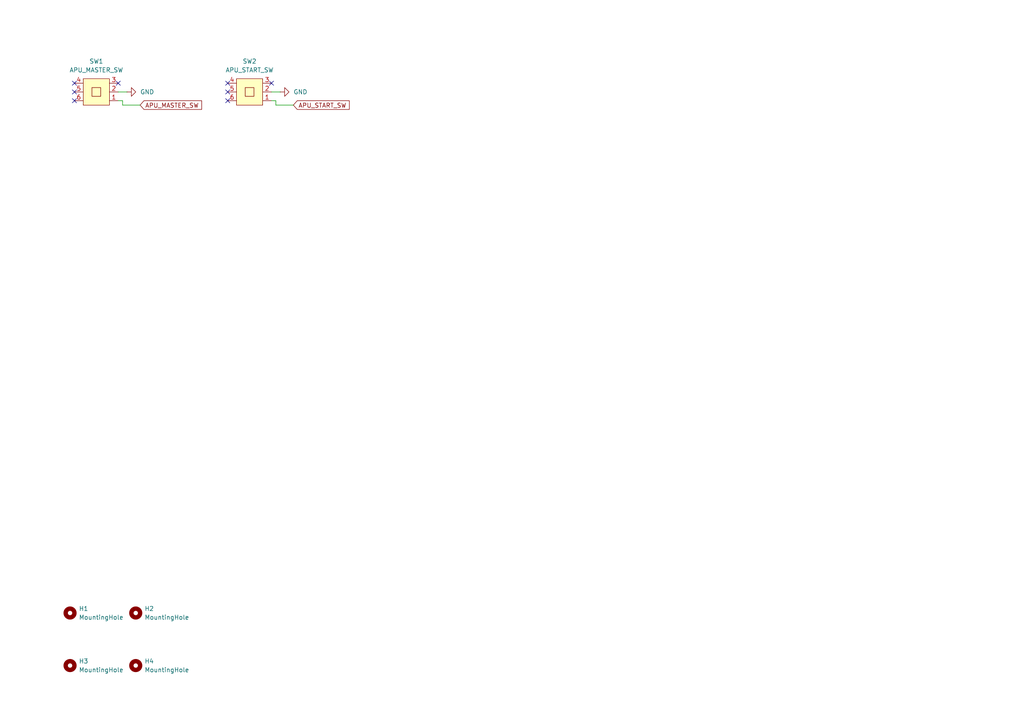
<source format=kicad_sch>
(kicad_sch (version 20231120) (generator "eeschema") (generator_version "8.0")
  (paper "A4")
  (lib_symbols
    (symbol "Mechanical:MountingHole" (pin_names (offset 1.016)) (exclude_from_sim yes) (in_bom no)
      (property "Reference" "H" (at 0 5.08 0))
      (property "Value" "MountingHole" (at 0 3.175 0))
      (symbol "MountingHole_0_1"
        (circle (center 0 0) (radius 1.27) (stroke (width 1.27)))
      )
    )
    (symbol "SFLibrary:SW_DPDT_XLX" (pin_names (offset 1.016))
      (property "Reference" "U" (at 0 5.08 0))
      (property "Value" "SW_DPDT_XLX" (at 0 2.54 0))
      (symbol "SW_DPDT_XLX_0_1"
        (rectangle (start -3.81 0) (end 3.81 -7.62) (fill (type background)))
        (polyline (pts (xy -1.27 -2.54) (xy 1.27 -2.54) (xy 1.27 -5.08) (xy -1.27 -5.08) (xy -1.27 -2.54)))
      )
      (symbol "SW_DPDT_XLX_1_1"
        (pin input line (at 6.35 -6.35 180) (length 2.54) (name "~") (number "1"))
        (pin input line (at 6.35 -3.81 180) (length 2.54) (name "~") (number "2"))
        (pin input line (at 6.35 -1.27 180) (length 2.54) (name "~") (number "3"))
        (pin input line (at -6.35 -1.27 0) (length 2.54) (name "~") (number "4"))
        (pin input line (at -6.35 -3.81 0) (length 2.54) (name "~") (number "5"))
        (pin input line (at -6.35 -6.35 0) (length 2.54) (name "~") (number "6"))
      )
    )
    (symbol "power:GND" (power) (pin_numbers hide) (pin_names (offset 0) hide)
      (property "Value" "GND" (at 0 -3.81 0))
      (symbol "GND_0_1"
        (polyline (pts (xy 0 0) (xy 0 -1.27) (xy 1.27 -1.27) (xy 0 -2.54) (xy -1.27 -1.27) (xy 0 -1.27)))
      )
      (symbol "GND_1_1"
        (pin power_in line (at 0 0 270) (length 0) (name "~") (number "1"))
      )
    )
  )
  (no_connect (at 34.29 24.13))
  (no_connect (at 66.04 29.21))
  (no_connect (at 21.59 26.67))
  (no_connect (at 66.04 26.67))
  (no_connect (at 78.74 24.13))
  (no_connect (at 21.59 29.21))
  (no_connect (at 21.59 24.13))
  (no_connect (at 66.04 24.13))
  (wire (pts (xy 35.56 30.48) (xy 35.56 29.21)))
  (wire (pts (xy 36.83 26.67) (xy 34.29 26.67)))
  (wire (pts (xy 80.01 30.48) (xy 80.01 29.21)))
  (wire (pts (xy 80.01 29.21) (xy 78.74 29.21)))
  (wire (pts (xy 35.56 29.21) (xy 34.29 29.21)))
  (wire (pts (xy 85.09 30.48) (xy 80.01 30.48)))
  (wire (pts (xy 81.28 26.67) (xy 78.74 26.67)))
  (wire (pts (xy 40.64 30.48) (xy 35.56 30.48)))
  (global_label "APU_START_SW" (shape input) (at 85.09 30.48 0) (property "Intersheetrefs" "${INTERSHEET_REFS}" (effects (hide yes))))
  (global_label "APU_MASTER_SW" (shape input) (at 40.64 30.48 0) (property "Intersheetrefs" "${INTERSHEET_REFS}" (effects (hide yes))))
  (symbol (lib_id "SFLibrary:SW_DPDT_XLX") (at 27.94 22.86 0) (unit 1)
    (property "Reference" "SW1" (at 27.94 17.78 0))
    (property "Value" "APU_MASTER_SW" (at 27.94 20.32 0))
    (property "Footprint" "SFLibrary:G-Switch PS-7054DVB-6PN" (effects (hide yes)))
  )
  (symbol (lib_id "power:GND") (at 81.28 26.67 90) (unit 1)
    (property "Reference" "#PWR01" (effects (hide yes)))
    (property "Value" "GND" (at 85.09 26.6699 90) (effects (justify right)))
    (property "Description" "Power symbol creates a global label with name \"GND\" , ground" (effects (hide yes)))
  )
  (symbol (lib_id "power:GND") (at 36.83 26.67 90) (unit 1)
    (property "Reference" "#PWR04" (effects (hide yes)))
    (property "Value" "GND" (at 40.64 26.6699 90) (effects (justify right)))
    (property "Description" "Power symbol creates a global label with name \"GND\" , ground" (effects (hide yes)))
  )
  (symbol (lib_id "Mechanical:MountingHole") (at 39.37 193.04 0) (unit 1) (exclude_from_sim yes) (in_bom no)
    (property "Reference" "H4" (at 41.91 191.7699 0) (effects (justify left)))
    (property "Value" "MountingHole" (at 41.91 194.3099 0) (effects (justify left)))
    (property "Footprint" "MountingHole:MountingHole_3.2mm_M3_DIN965_Pad_TopBottom" (effects (hide yes)))
    (property "Description" "Mounting Hole without connection" (effects (hide yes)))
  )
  (symbol (lib_id "SFLibrary:SW_DPDT_XLX") (at 72.39 22.86 0) (unit 1)
    (property "Reference" "SW2" (at 72.39 17.78 0))
    (property "Value" "APU_START_SW" (at 72.39 20.32 0))
    (property "Footprint" "SFLibrary:G-Switch PS-7054DVB-6PN" (effects (hide yes)))
  )
  (symbol (lib_id "Mechanical:MountingHole") (at 20.32 177.8 0) (unit 1) (exclude_from_sim yes) (in_bom no)
    (property "Reference" "H1" (at 22.86 176.5299 0) (effects (justify left)))
    (property "Value" "MountingHole" (at 22.86 179.0699 0) (effects (justify left)))
    (property "Footprint" "MountingHole:MountingHole_3.2mm_M3_DIN965_Pad_TopBottom" (effects (hide yes)))
    (property "Description" "Mounting Hole without connection" (effects (hide yes)))
  )
  (symbol (lib_id "Mechanical:MountingHole") (at 39.37 177.8 0) (unit 1) (exclude_from_sim yes) (in_bom no)
    (property "Reference" "H2" (at 41.91 176.5299 0) (effects (justify left)))
    (property "Value" "MountingHole" (at 41.91 179.0699 0) (effects (justify left)))
    (property "Footprint" "MountingHole:MountingHole_3.2mm_M3_DIN965_Pad_TopBottom" (effects (hide yes)))
    (property "Description" "Mounting Hole without connection" (effects (hide yes)))
  )
  (symbol (lib_id "Mechanical:MountingHole") (at 20.32 193.04 0) (unit 1) (exclude_from_sim yes) (in_bom no)
    (property "Reference" "H3" (at 22.86 191.7699 0) (effects (justify left)))
    (property "Value" "MountingHole" (at 22.86 194.3099 0) (effects (justify left)))
    (property "Footprint" "MountingHole:MountingHole_3.2mm_M3_DIN965_Pad_TopBottom" (effects (hide yes)))
    (property "Description" "Mounting Hole without connection" (effects (hide yes)))
  )
)
</source>
